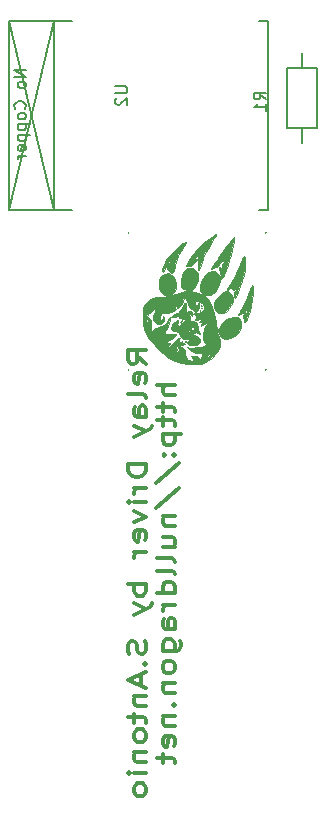
<source format=gbo>
G04 #@! TF.FileFunction,Legend,Bot*
%FSLAX46Y46*%
G04 Gerber Fmt 4.6, Leading zero omitted, Abs format (unit mm)*
G04 Created by KiCad (PCBNEW (2015-10-05 BZR 6247)-product) date Mon 12 Oct 2015 07:26:51 PM AWST*
%MOMM*%
G01*
G04 APERTURE LIST*
%ADD10C,0.100000*%
%ADD11C,0.300000*%
%ADD12C,0.150000*%
%ADD13C,0.152400*%
%ADD14C,0.010000*%
G04 APERTURE END LIST*
D10*
D11*
X187473619Y-108833332D02*
X186749810Y-108166665D01*
X187473619Y-107690474D02*
X185953619Y-107690474D01*
X185953619Y-108452379D01*
X186026000Y-108642855D01*
X186098381Y-108738094D01*
X186243143Y-108833332D01*
X186460286Y-108833332D01*
X186605048Y-108738094D01*
X186677429Y-108642855D01*
X186749810Y-108452379D01*
X186749810Y-107690474D01*
X187401238Y-110452379D02*
X187473619Y-110261903D01*
X187473619Y-109880951D01*
X187401238Y-109690474D01*
X187256476Y-109595236D01*
X186677429Y-109595236D01*
X186532667Y-109690474D01*
X186460286Y-109880951D01*
X186460286Y-110261903D01*
X186532667Y-110452379D01*
X186677429Y-110547617D01*
X186822190Y-110547617D01*
X186966952Y-109595236D01*
X187473619Y-111690475D02*
X187401238Y-111499999D01*
X187256476Y-111404760D01*
X185953619Y-111404760D01*
X187473619Y-113309522D02*
X186677429Y-113309522D01*
X186532667Y-113214284D01*
X186460286Y-113023808D01*
X186460286Y-112642856D01*
X186532667Y-112452379D01*
X187401238Y-113309522D02*
X187473619Y-113119046D01*
X187473619Y-112642856D01*
X187401238Y-112452379D01*
X187256476Y-112357141D01*
X187111714Y-112357141D01*
X186966952Y-112452379D01*
X186894571Y-112642856D01*
X186894571Y-113119046D01*
X186822190Y-113309522D01*
X186460286Y-114071427D02*
X187473619Y-114547618D01*
X186460286Y-115023808D02*
X187473619Y-114547618D01*
X187835524Y-114357142D01*
X187907905Y-114261903D01*
X187980286Y-114071427D01*
X187473619Y-117309523D02*
X185953619Y-117309523D01*
X185953619Y-117785714D01*
X186026000Y-118071428D01*
X186170762Y-118261904D01*
X186315524Y-118357143D01*
X186605048Y-118452381D01*
X186822190Y-118452381D01*
X187111714Y-118357143D01*
X187256476Y-118261904D01*
X187401238Y-118071428D01*
X187473619Y-117785714D01*
X187473619Y-117309523D01*
X187473619Y-119309523D02*
X186460286Y-119309523D01*
X186749810Y-119309523D02*
X186605048Y-119404762D01*
X186532667Y-119500000D01*
X186460286Y-119690476D01*
X186460286Y-119880952D01*
X187473619Y-120547618D02*
X186460286Y-120547618D01*
X185953619Y-120547618D02*
X186026000Y-120452380D01*
X186098381Y-120547618D01*
X186026000Y-120642857D01*
X185953619Y-120547618D01*
X186098381Y-120547618D01*
X186460286Y-121309523D02*
X187473619Y-121785714D01*
X186460286Y-122261904D01*
X187401238Y-123785714D02*
X187473619Y-123595238D01*
X187473619Y-123214286D01*
X187401238Y-123023809D01*
X187256476Y-122928571D01*
X186677429Y-122928571D01*
X186532667Y-123023809D01*
X186460286Y-123214286D01*
X186460286Y-123595238D01*
X186532667Y-123785714D01*
X186677429Y-123880952D01*
X186822190Y-123880952D01*
X186966952Y-122928571D01*
X187473619Y-124738095D02*
X186460286Y-124738095D01*
X186749810Y-124738095D02*
X186605048Y-124833334D01*
X186532667Y-124928572D01*
X186460286Y-125119048D01*
X186460286Y-125309524D01*
X187473619Y-127500000D02*
X185953619Y-127500000D01*
X186532667Y-127500000D02*
X186460286Y-127690477D01*
X186460286Y-128071429D01*
X186532667Y-128261905D01*
X186605048Y-128357143D01*
X186749810Y-128452381D01*
X187184095Y-128452381D01*
X187328857Y-128357143D01*
X187401238Y-128261905D01*
X187473619Y-128071429D01*
X187473619Y-127690477D01*
X187401238Y-127500000D01*
X186460286Y-129119048D02*
X187473619Y-129595239D01*
X186460286Y-130071429D02*
X187473619Y-129595239D01*
X187835524Y-129404763D01*
X187907905Y-129309524D01*
X187980286Y-129119048D01*
X187401238Y-132261906D02*
X187473619Y-132547621D01*
X187473619Y-133023811D01*
X187401238Y-133214287D01*
X187328857Y-133309525D01*
X187184095Y-133404764D01*
X187039333Y-133404764D01*
X186894571Y-133309525D01*
X186822190Y-133214287D01*
X186749810Y-133023811D01*
X186677429Y-132642859D01*
X186605048Y-132452383D01*
X186532667Y-132357144D01*
X186387905Y-132261906D01*
X186243143Y-132261906D01*
X186098381Y-132357144D01*
X186026000Y-132452383D01*
X185953619Y-132642859D01*
X185953619Y-133119049D01*
X186026000Y-133404764D01*
X187328857Y-134261906D02*
X187401238Y-134357145D01*
X187473619Y-134261906D01*
X187401238Y-134166668D01*
X187328857Y-134261906D01*
X187473619Y-134261906D01*
X187039333Y-135119049D02*
X187039333Y-136071430D01*
X187473619Y-134928573D02*
X185953619Y-135595240D01*
X187473619Y-136261907D01*
X186460286Y-136928573D02*
X187473619Y-136928573D01*
X186605048Y-136928573D02*
X186532667Y-137023812D01*
X186460286Y-137214288D01*
X186460286Y-137500002D01*
X186532667Y-137690478D01*
X186677429Y-137785716D01*
X187473619Y-137785716D01*
X186460286Y-138452383D02*
X186460286Y-139214288D01*
X185953619Y-138738097D02*
X187256476Y-138738097D01*
X187401238Y-138833336D01*
X187473619Y-139023812D01*
X187473619Y-139214288D01*
X187473619Y-140166669D02*
X187401238Y-139976193D01*
X187328857Y-139880954D01*
X187184095Y-139785716D01*
X186749810Y-139785716D01*
X186605048Y-139880954D01*
X186532667Y-139976193D01*
X186460286Y-140166669D01*
X186460286Y-140452383D01*
X186532667Y-140642859D01*
X186605048Y-140738097D01*
X186749810Y-140833335D01*
X187184095Y-140833335D01*
X187328857Y-140738097D01*
X187401238Y-140642859D01*
X187473619Y-140452383D01*
X187473619Y-140166669D01*
X186460286Y-141690478D02*
X187473619Y-141690478D01*
X186605048Y-141690478D02*
X186532667Y-141785717D01*
X186460286Y-141976193D01*
X186460286Y-142261907D01*
X186532667Y-142452383D01*
X186677429Y-142547621D01*
X187473619Y-142547621D01*
X187473619Y-143500002D02*
X186460286Y-143500002D01*
X185953619Y-143500002D02*
X186026000Y-143404764D01*
X186098381Y-143500002D01*
X186026000Y-143595241D01*
X185953619Y-143500002D01*
X186098381Y-143500002D01*
X187473619Y-144738098D02*
X187401238Y-144547622D01*
X187328857Y-144452383D01*
X187184095Y-144357145D01*
X186749810Y-144357145D01*
X186605048Y-144452383D01*
X186532667Y-144547622D01*
X186460286Y-144738098D01*
X186460286Y-145023812D01*
X186532667Y-145214288D01*
X186605048Y-145309526D01*
X186749810Y-145404764D01*
X187184095Y-145404764D01*
X187328857Y-145309526D01*
X187401238Y-145214288D01*
X187473619Y-145023812D01*
X187473619Y-144738098D01*
X189901619Y-110642856D02*
X188381619Y-110642856D01*
X189901619Y-111499999D02*
X189105429Y-111499999D01*
X188960667Y-111404761D01*
X188888286Y-111214285D01*
X188888286Y-110928571D01*
X188960667Y-110738095D01*
X189033048Y-110642856D01*
X188888286Y-112166666D02*
X188888286Y-112928571D01*
X188381619Y-112452380D02*
X189684476Y-112452380D01*
X189829238Y-112547619D01*
X189901619Y-112738095D01*
X189901619Y-112928571D01*
X188888286Y-113309523D02*
X188888286Y-114071428D01*
X188381619Y-113595237D02*
X189684476Y-113595237D01*
X189829238Y-113690476D01*
X189901619Y-113880952D01*
X189901619Y-114071428D01*
X188888286Y-114738094D02*
X190408286Y-114738094D01*
X188960667Y-114738094D02*
X188888286Y-114928571D01*
X188888286Y-115309523D01*
X188960667Y-115499999D01*
X189033048Y-115595237D01*
X189177810Y-115690475D01*
X189612095Y-115690475D01*
X189756857Y-115595237D01*
X189829238Y-115499999D01*
X189901619Y-115309523D01*
X189901619Y-114928571D01*
X189829238Y-114738094D01*
X189756857Y-116547618D02*
X189829238Y-116642857D01*
X189901619Y-116547618D01*
X189829238Y-116452380D01*
X189756857Y-116547618D01*
X189901619Y-116547618D01*
X188960667Y-116547618D02*
X189033048Y-116642857D01*
X189105429Y-116547618D01*
X189033048Y-116452380D01*
X188960667Y-116547618D01*
X189105429Y-116547618D01*
X188309238Y-118928571D02*
X190263524Y-117214285D01*
X188309238Y-121023809D02*
X190263524Y-119309523D01*
X188888286Y-121690475D02*
X189901619Y-121690475D01*
X189033048Y-121690475D02*
X188960667Y-121785714D01*
X188888286Y-121976190D01*
X188888286Y-122261904D01*
X188960667Y-122452380D01*
X189105429Y-122547618D01*
X189901619Y-122547618D01*
X188888286Y-124357142D02*
X189901619Y-124357142D01*
X188888286Y-123499999D02*
X189684476Y-123499999D01*
X189829238Y-123595238D01*
X189901619Y-123785714D01*
X189901619Y-124071428D01*
X189829238Y-124261904D01*
X189756857Y-124357142D01*
X189901619Y-125595238D02*
X189829238Y-125404762D01*
X189684476Y-125309523D01*
X188381619Y-125309523D01*
X189901619Y-126642857D02*
X189829238Y-126452381D01*
X189684476Y-126357142D01*
X188381619Y-126357142D01*
X189901619Y-128261904D02*
X188381619Y-128261904D01*
X189829238Y-128261904D02*
X189901619Y-128071428D01*
X189901619Y-127690476D01*
X189829238Y-127500000D01*
X189756857Y-127404761D01*
X189612095Y-127309523D01*
X189177810Y-127309523D01*
X189033048Y-127404761D01*
X188960667Y-127500000D01*
X188888286Y-127690476D01*
X188888286Y-128071428D01*
X188960667Y-128261904D01*
X189901619Y-129214285D02*
X188888286Y-129214285D01*
X189177810Y-129214285D02*
X189033048Y-129309524D01*
X188960667Y-129404762D01*
X188888286Y-129595238D01*
X188888286Y-129785714D01*
X189901619Y-131309523D02*
X189105429Y-131309523D01*
X188960667Y-131214285D01*
X188888286Y-131023809D01*
X188888286Y-130642857D01*
X188960667Y-130452380D01*
X189829238Y-131309523D02*
X189901619Y-131119047D01*
X189901619Y-130642857D01*
X189829238Y-130452380D01*
X189684476Y-130357142D01*
X189539714Y-130357142D01*
X189394952Y-130452380D01*
X189322571Y-130642857D01*
X189322571Y-131119047D01*
X189250190Y-131309523D01*
X188888286Y-133119047D02*
X190118762Y-133119047D01*
X190263524Y-133023809D01*
X190335905Y-132928571D01*
X190408286Y-132738095D01*
X190408286Y-132452381D01*
X190335905Y-132261904D01*
X189829238Y-133119047D02*
X189901619Y-132928571D01*
X189901619Y-132547619D01*
X189829238Y-132357143D01*
X189756857Y-132261904D01*
X189612095Y-132166666D01*
X189177810Y-132166666D01*
X189033048Y-132261904D01*
X188960667Y-132357143D01*
X188888286Y-132547619D01*
X188888286Y-132928571D01*
X188960667Y-133119047D01*
X189901619Y-134357143D02*
X189829238Y-134166667D01*
X189756857Y-134071428D01*
X189612095Y-133976190D01*
X189177810Y-133976190D01*
X189033048Y-134071428D01*
X188960667Y-134166667D01*
X188888286Y-134357143D01*
X188888286Y-134642857D01*
X188960667Y-134833333D01*
X189033048Y-134928571D01*
X189177810Y-135023809D01*
X189612095Y-135023809D01*
X189756857Y-134928571D01*
X189829238Y-134833333D01*
X189901619Y-134642857D01*
X189901619Y-134357143D01*
X188888286Y-135880952D02*
X189901619Y-135880952D01*
X189033048Y-135880952D02*
X188960667Y-135976191D01*
X188888286Y-136166667D01*
X188888286Y-136452381D01*
X188960667Y-136642857D01*
X189105429Y-136738095D01*
X189901619Y-136738095D01*
X189756857Y-137690476D02*
X189829238Y-137785715D01*
X189901619Y-137690476D01*
X189829238Y-137595238D01*
X189756857Y-137690476D01*
X189901619Y-137690476D01*
X188888286Y-138642857D02*
X189901619Y-138642857D01*
X189033048Y-138642857D02*
X188960667Y-138738096D01*
X188888286Y-138928572D01*
X188888286Y-139214286D01*
X188960667Y-139404762D01*
X189105429Y-139500000D01*
X189901619Y-139500000D01*
X189829238Y-141214286D02*
X189901619Y-141023810D01*
X189901619Y-140642858D01*
X189829238Y-140452381D01*
X189684476Y-140357143D01*
X189105429Y-140357143D01*
X188960667Y-140452381D01*
X188888286Y-140642858D01*
X188888286Y-141023810D01*
X188960667Y-141214286D01*
X189105429Y-141309524D01*
X189250190Y-141309524D01*
X189394952Y-140357143D01*
X188888286Y-141880953D02*
X188888286Y-142642858D01*
X188381619Y-142166667D02*
X189684476Y-142166667D01*
X189829238Y-142261906D01*
X189901619Y-142452382D01*
X189901619Y-142642858D01*
D12*
X199390000Y-83820000D02*
X199390000Y-88900000D01*
X199390000Y-88900000D02*
X201930000Y-88900000D01*
X201930000Y-88900000D02*
X201930000Y-83820000D01*
X201930000Y-83820000D02*
X199390000Y-83820000D01*
X200660000Y-83820000D02*
X200660000Y-82550000D01*
X200660000Y-88900000D02*
X200660000Y-90170000D01*
D13*
X175845000Y-79772000D02*
X175845000Y-95772000D01*
X175845000Y-95772000D02*
X181245000Y-95772000D01*
X175845000Y-79772000D02*
X181245000Y-79772000D01*
X197045000Y-79772000D02*
X197845000Y-79772000D01*
X197845000Y-79772000D02*
X197845000Y-95772000D01*
X197845000Y-95772000D02*
X197045000Y-95772000D01*
X175845000Y-95772000D02*
X179645000Y-79772000D01*
X175845000Y-79772000D02*
X179645000Y-95772000D01*
X179645000Y-79764000D02*
X179645000Y-95764000D01*
D14*
G36*
X197528500Y-109310250D02*
X197560250Y-109342000D01*
X197592000Y-109310250D01*
X197560250Y-109278500D01*
X197528500Y-109310250D01*
X197528500Y-109310250D01*
G37*
X197528500Y-109310250D02*
X197560250Y-109342000D01*
X197592000Y-109310250D01*
X197560250Y-109278500D01*
X197528500Y-109310250D01*
G36*
X185908000Y-109310250D02*
X185939750Y-109342000D01*
X185971500Y-109310250D01*
X185939750Y-109278500D01*
X185908000Y-109310250D01*
X185908000Y-109310250D01*
G37*
X185908000Y-109310250D02*
X185939750Y-109342000D01*
X185971500Y-109310250D01*
X185939750Y-109278500D01*
X185908000Y-109310250D01*
G36*
X190850802Y-102709729D02*
X190484470Y-102776368D01*
X190056980Y-102905543D01*
X189940250Y-102946262D01*
X189413673Y-103081704D01*
X188860750Y-103146939D01*
X188335306Y-103210900D01*
X187919630Y-103330667D01*
X187605445Y-103515657D01*
X187384476Y-103775291D01*
X187248446Y-104118987D01*
X187189080Y-104556163D01*
X187194697Y-105043046D01*
X187245357Y-105501516D01*
X187346422Y-105914879D01*
X187509188Y-106304417D01*
X187744955Y-106691416D01*
X188065020Y-107097160D01*
X188480681Y-107542932D01*
X188568385Y-107630916D01*
X189040546Y-108062132D01*
X189490165Y-108388061D01*
X189939720Y-108622168D01*
X190411689Y-108777918D01*
X190527164Y-108804367D01*
X190920841Y-108864609D01*
X191332547Y-108888323D01*
X191719208Y-108875398D01*
X192037749Y-108825727D01*
X192099250Y-108808334D01*
X192598567Y-108603965D01*
X193020028Y-108338120D01*
X193352932Y-108022258D01*
X193476505Y-107834808D01*
X193184975Y-107834808D01*
X193152957Y-107882493D01*
X193047289Y-107980456D01*
X192897699Y-108105202D01*
X192733914Y-108233235D01*
X192585662Y-108341062D01*
X192482669Y-108405186D01*
X192454181Y-108412397D01*
X192472236Y-108355571D01*
X192549431Y-108254652D01*
X192664186Y-108148352D01*
X192819294Y-108030456D01*
X192980456Y-107923624D01*
X193113371Y-107850515D01*
X193183741Y-107833785D01*
X193184975Y-107834808D01*
X193476505Y-107834808D01*
X193586575Y-107667841D01*
X193710254Y-107286327D01*
X193723241Y-107119500D01*
X192829500Y-107119500D01*
X192806267Y-107171767D01*
X192787167Y-107161833D01*
X192779567Y-107086473D01*
X192787167Y-107077166D01*
X192824918Y-107085883D01*
X192829500Y-107119500D01*
X193723241Y-107119500D01*
X193727490Y-107064934D01*
X193703441Y-106833685D01*
X193645218Y-106562101D01*
X193599537Y-106410416D01*
X192994791Y-106410416D01*
X192909992Y-106458026D01*
X192864044Y-106463333D01*
X192777685Y-106435393D01*
X192766000Y-106410416D01*
X192819430Y-106367812D01*
X192896748Y-106357500D01*
X192987361Y-106378093D01*
X192994791Y-106410416D01*
X193599537Y-106410416D01*
X193598464Y-106406855D01*
X193525838Y-106145380D01*
X193463995Y-105832008D01*
X193431298Y-105581355D01*
X193394827Y-105301207D01*
X193390680Y-105278000D01*
X192808168Y-105278000D01*
X192796894Y-105317956D01*
X192715721Y-105419333D01*
X192655352Y-105484375D01*
X192472118Y-105714606D01*
X192364986Y-105964125D01*
X192318348Y-106275601D01*
X192313234Y-106419507D01*
X192336494Y-106719988D01*
X192408226Y-106968318D01*
X192517941Y-107138051D01*
X192622262Y-107198670D01*
X192649093Y-107227058D01*
X192564495Y-107270008D01*
X192382657Y-107323381D01*
X192117764Y-107383042D01*
X191784006Y-107444853D01*
X191769889Y-107447234D01*
X191482181Y-107486920D01*
X191279647Y-107491099D01*
X191125623Y-107460106D01*
X191106731Y-107453316D01*
X190978343Y-107408832D01*
X190948732Y-107422871D01*
X190998298Y-107507962D01*
X191005125Y-107518256D01*
X191176564Y-107685787D01*
X191429224Y-107826297D01*
X191717480Y-107919070D01*
X191944972Y-107945000D01*
X192246969Y-107945000D01*
X192179357Y-108151375D01*
X192124075Y-108322168D01*
X192083784Y-108450111D01*
X192082907Y-108453000D01*
X192049687Y-108499448D01*
X192000371Y-108432347D01*
X191989598Y-108409894D01*
X191863463Y-108268262D01*
X191670835Y-108176654D01*
X191470190Y-108162483D01*
X191464250Y-108163622D01*
X191348870Y-108186789D01*
X191311534Y-108194141D01*
X191328859Y-108237644D01*
X191398610Y-108323634D01*
X191470451Y-108451458D01*
X191473388Y-108547336D01*
X191436666Y-108605794D01*
X191366878Y-108609591D01*
X191225807Y-108558774D01*
X191199073Y-108547672D01*
X191048359Y-108482592D01*
X190960348Y-108440559D01*
X190952239Y-108435095D01*
X190850856Y-108230085D01*
X190799696Y-107978972D01*
X190797500Y-107920965D01*
X190746297Y-107690172D01*
X190612712Y-107496605D01*
X190426782Y-107378094D01*
X190353000Y-107361112D01*
X190240333Y-107363634D01*
X190212669Y-107426869D01*
X190256698Y-107571687D01*
X190254304Y-107693681D01*
X190179994Y-107794964D01*
X190073439Y-107838758D01*
X189997023Y-107812416D01*
X189920306Y-107695367D01*
X189909473Y-107635599D01*
X189919916Y-107567782D01*
X189963971Y-107616954D01*
X189969520Y-107625661D01*
X190037340Y-107690327D01*
X190074090Y-107658818D01*
X190062643Y-107561188D01*
X190038090Y-107505338D01*
X190002725Y-107400495D01*
X190062504Y-107338457D01*
X190121416Y-107313549D01*
X190293109Y-107260690D01*
X190496337Y-107213472D01*
X190504971Y-107211832D01*
X190654096Y-107171205D01*
X190731116Y-107125505D01*
X190734000Y-107116712D01*
X190714355Y-107077832D01*
X190638026Y-107041555D01*
X190478927Y-106998005D01*
X190329088Y-106963424D01*
X190146426Y-106922545D01*
X190292532Y-106767022D01*
X190382978Y-106662298D01*
X190386915Y-106619184D01*
X190324529Y-106611500D01*
X190231719Y-106655236D01*
X190080643Y-106772151D01*
X189897747Y-106940798D01*
X189815551Y-107024250D01*
X189636368Y-107206998D01*
X189489546Y-107348293D01*
X189397125Y-107427304D01*
X189378842Y-107437000D01*
X189335763Y-107393688D01*
X189349389Y-107302333D01*
X189406343Y-107220804D01*
X189432250Y-107205963D01*
X189524842Y-107144757D01*
X189510241Y-107094041D01*
X189407560Y-107077538D01*
X189337000Y-107087750D01*
X189198009Y-107100127D01*
X189146500Y-107065654D01*
X189195216Y-106981111D01*
X189310676Y-106874327D01*
X189446850Y-106781465D01*
X189557707Y-106738685D01*
X189562942Y-106738500D01*
X189672868Y-106696294D01*
X189814415Y-106594027D01*
X189946199Y-106468219D01*
X190026834Y-106355394D01*
X190035500Y-106321466D01*
X190010704Y-106266362D01*
X189916451Y-106287914D01*
X189888229Y-106300323D01*
X189701939Y-106335693D01*
X189422611Y-106309438D01*
X189396455Y-106304809D01*
X189197683Y-106275139D01*
X189051793Y-106265245D01*
X189003976Y-106271844D01*
X188959808Y-106281677D01*
X188984255Y-106210134D01*
X189080864Y-106048965D01*
X189136373Y-105963808D01*
X189306949Y-105668790D01*
X189438372Y-105369899D01*
X189514724Y-105106884D01*
X189527500Y-104987217D01*
X189508997Y-104874972D01*
X189464953Y-104870700D01*
X189412570Y-104962783D01*
X189378157Y-105088094D01*
X189271338Y-105323362D01*
X189051997Y-105513240D01*
X188716453Y-105660599D01*
X188600837Y-105694723D01*
X188311346Y-105794396D01*
X188116924Y-105907624D01*
X188071867Y-105952985D01*
X187978793Y-106044474D01*
X187916680Y-106059013D01*
X187896565Y-105979652D01*
X187882153Y-105809751D01*
X187876503Y-105585741D01*
X187876500Y-105580742D01*
X187858831Y-105242413D01*
X187804666Y-105021059D01*
X187712276Y-104911505D01*
X187647737Y-104897000D01*
X187581536Y-104930548D01*
X187593785Y-105039875D01*
X187627836Y-105160905D01*
X187635908Y-105250312D01*
X187630020Y-105361122D01*
X187607206Y-105453050D01*
X187568125Y-105445465D01*
X187527444Y-105362030D01*
X187499828Y-105226406D01*
X187495500Y-105144099D01*
X187546959Y-104821566D01*
X187694927Y-104565829D01*
X187893450Y-104412066D01*
X188054366Y-104312324D01*
X188170018Y-104212174D01*
X188176106Y-104204616D01*
X188228524Y-104144577D01*
X188249426Y-104152768D01*
X188238071Y-104244611D01*
X188193720Y-104435530D01*
X188158308Y-104575430D01*
X188100606Y-104847193D01*
X188096971Y-105040127D01*
X188152611Y-105192628D01*
X188260700Y-105330305D01*
X188436221Y-105440917D01*
X188631967Y-105450403D01*
X188815739Y-105373312D01*
X188955340Y-105224194D01*
X189018569Y-105017598D01*
X189019500Y-104987434D01*
X188996183Y-104849216D01*
X188945441Y-104806806D01*
X188896090Y-104869446D01*
X188880947Y-104943005D01*
X188826801Y-105088625D01*
X188749625Y-105139238D01*
X188663623Y-105117130D01*
X188645982Y-105001141D01*
X188696307Y-104785228D01*
X188721460Y-104709120D01*
X188773170Y-104579547D01*
X188838041Y-104516996D01*
X188956714Y-104500625D01*
X189116132Y-104506684D01*
X189371503Y-104496682D01*
X189611043Y-104446619D01*
X189811040Y-104367721D01*
X189947782Y-104271210D01*
X189997558Y-104168311D01*
X189970993Y-104102036D01*
X189952195Y-104009790D01*
X190014857Y-103937050D01*
X190091830Y-103883216D01*
X190094623Y-103922220D01*
X190081133Y-103960375D01*
X190071376Y-104055148D01*
X190132154Y-104067928D01*
X190243306Y-104005620D01*
X190384667Y-103875130D01*
X190409005Y-103848085D01*
X190548680Y-103666579D01*
X190552214Y-103658750D01*
X187717750Y-103658750D01*
X187596784Y-103801625D01*
X187484196Y-103921610D01*
X187435160Y-103938932D01*
X187432000Y-103922591D01*
X187474823Y-103870732D01*
X187574875Y-103779716D01*
X187717750Y-103658750D01*
X190552214Y-103658750D01*
X190596907Y-103559752D01*
X189337000Y-103559752D01*
X189290905Y-103624415D01*
X189273500Y-103627000D01*
X189211651Y-103605334D01*
X189210000Y-103598997D01*
X189254497Y-103544783D01*
X189273500Y-103531750D01*
X189332015Y-103536784D01*
X189337000Y-103559752D01*
X190596907Y-103559752D01*
X190629832Y-103486821D01*
X190674115Y-103254066D01*
X190684838Y-103150750D01*
X190698536Y-103062699D01*
X190723442Y-103056959D01*
X190769576Y-103145820D01*
X190846963Y-103341574D01*
X190852664Y-103356579D01*
X191045241Y-103798396D01*
X191240116Y-104115729D01*
X191436651Y-104307926D01*
X191634210Y-104374335D01*
X191804853Y-104330127D01*
X191907810Y-104215028D01*
X191976761Y-104029706D01*
X191996825Y-103829490D01*
X191972512Y-103706853D01*
X191932909Y-103637761D01*
X191891895Y-103674792D01*
X191860581Y-103738125D01*
X191768578Y-103856027D01*
X191669874Y-103870092D01*
X191600037Y-103785750D01*
X191587745Y-103628263D01*
X191683030Y-103528835D01*
X191840975Y-103500000D01*
X192063449Y-103558836D01*
X192242190Y-103719392D01*
X192351929Y-103957734D01*
X192359369Y-103990968D01*
X192367502Y-104150052D01*
X192300293Y-104282361D01*
X192228294Y-104360979D01*
X192101874Y-104468117D01*
X191976726Y-104507107D01*
X191792759Y-104495569D01*
X191776698Y-104493403D01*
X191582371Y-104481382D01*
X191505552Y-104513461D01*
X191547410Y-104587952D01*
X191655104Y-104669142D01*
X191761876Y-104750722D01*
X191771745Y-104825669D01*
X191710002Y-104932426D01*
X191644514Y-105052694D01*
X191633187Y-105118852D01*
X191633237Y-105118903D01*
X191704385Y-105117990D01*
X191855720Y-105085355D01*
X191964095Y-105055027D01*
X192148341Y-105006711D01*
X192233573Y-105005579D01*
X192241867Y-105041480D01*
X192169616Y-105127869D01*
X192072744Y-105191405D01*
X191984140Y-105259961D01*
X191998384Y-105306278D01*
X192109355Y-105317025D01*
X192141792Y-105303080D01*
X192188929Y-105299413D01*
X192173542Y-105362833D01*
X192113348Y-105512069D01*
X192092457Y-105563750D01*
X192087985Y-105644678D01*
X192150190Y-105648189D01*
X192246518Y-105576127D01*
X192266100Y-105553913D01*
X192377299Y-105464789D01*
X192545716Y-105369947D01*
X192713993Y-105298584D01*
X192808168Y-105278000D01*
X193390680Y-105278000D01*
X193333844Y-104959986D01*
X193259595Y-104618482D01*
X193234521Y-104517721D01*
X193073315Y-103996748D01*
X192883277Y-103587494D01*
X192653692Y-103275975D01*
X192373843Y-103048209D01*
X192033016Y-102890211D01*
X191972250Y-102870515D01*
X191555753Y-102758255D01*
X191194917Y-102704176D01*
X190850802Y-102709729D01*
X190850802Y-102709729D01*
G37*
X190850802Y-102709729D02*
X190484470Y-102776368D01*
X190056980Y-102905543D01*
X189940250Y-102946262D01*
X189413673Y-103081704D01*
X188860750Y-103146939D01*
X188335306Y-103210900D01*
X187919630Y-103330667D01*
X187605445Y-103515657D01*
X187384476Y-103775291D01*
X187248446Y-104118987D01*
X187189080Y-104556163D01*
X187194697Y-105043046D01*
X187245357Y-105501516D01*
X187346422Y-105914879D01*
X187509188Y-106304417D01*
X187744955Y-106691416D01*
X188065020Y-107097160D01*
X188480681Y-107542932D01*
X188568385Y-107630916D01*
X189040546Y-108062132D01*
X189490165Y-108388061D01*
X189939720Y-108622168D01*
X190411689Y-108777918D01*
X190527164Y-108804367D01*
X190920841Y-108864609D01*
X191332547Y-108888323D01*
X191719208Y-108875398D01*
X192037749Y-108825727D01*
X192099250Y-108808334D01*
X192598567Y-108603965D01*
X193020028Y-108338120D01*
X193352932Y-108022258D01*
X193476505Y-107834808D01*
X193184975Y-107834808D01*
X193152957Y-107882493D01*
X193047289Y-107980456D01*
X192897699Y-108105202D01*
X192733914Y-108233235D01*
X192585662Y-108341062D01*
X192482669Y-108405186D01*
X192454181Y-108412397D01*
X192472236Y-108355571D01*
X192549431Y-108254652D01*
X192664186Y-108148352D01*
X192819294Y-108030456D01*
X192980456Y-107923624D01*
X193113371Y-107850515D01*
X193183741Y-107833785D01*
X193184975Y-107834808D01*
X193476505Y-107834808D01*
X193586575Y-107667841D01*
X193710254Y-107286327D01*
X193723241Y-107119500D01*
X192829500Y-107119500D01*
X192806267Y-107171767D01*
X192787167Y-107161833D01*
X192779567Y-107086473D01*
X192787167Y-107077166D01*
X192824918Y-107085883D01*
X192829500Y-107119500D01*
X193723241Y-107119500D01*
X193727490Y-107064934D01*
X193703441Y-106833685D01*
X193645218Y-106562101D01*
X193599537Y-106410416D01*
X192994791Y-106410416D01*
X192909992Y-106458026D01*
X192864044Y-106463333D01*
X192777685Y-106435393D01*
X192766000Y-106410416D01*
X192819430Y-106367812D01*
X192896748Y-106357500D01*
X192987361Y-106378093D01*
X192994791Y-106410416D01*
X193599537Y-106410416D01*
X193598464Y-106406855D01*
X193525838Y-106145380D01*
X193463995Y-105832008D01*
X193431298Y-105581355D01*
X193394827Y-105301207D01*
X193390680Y-105278000D01*
X192808168Y-105278000D01*
X192796894Y-105317956D01*
X192715721Y-105419333D01*
X192655352Y-105484375D01*
X192472118Y-105714606D01*
X192364986Y-105964125D01*
X192318348Y-106275601D01*
X192313234Y-106419507D01*
X192336494Y-106719988D01*
X192408226Y-106968318D01*
X192517941Y-107138051D01*
X192622262Y-107198670D01*
X192649093Y-107227058D01*
X192564495Y-107270008D01*
X192382657Y-107323381D01*
X192117764Y-107383042D01*
X191784006Y-107444853D01*
X191769889Y-107447234D01*
X191482181Y-107486920D01*
X191279647Y-107491099D01*
X191125623Y-107460106D01*
X191106731Y-107453316D01*
X190978343Y-107408832D01*
X190948732Y-107422871D01*
X190998298Y-107507962D01*
X191005125Y-107518256D01*
X191176564Y-107685787D01*
X191429224Y-107826297D01*
X191717480Y-107919070D01*
X191944972Y-107945000D01*
X192246969Y-107945000D01*
X192179357Y-108151375D01*
X192124075Y-108322168D01*
X192083784Y-108450111D01*
X192082907Y-108453000D01*
X192049687Y-108499448D01*
X192000371Y-108432347D01*
X191989598Y-108409894D01*
X191863463Y-108268262D01*
X191670835Y-108176654D01*
X191470190Y-108162483D01*
X191464250Y-108163622D01*
X191348870Y-108186789D01*
X191311534Y-108194141D01*
X191328859Y-108237644D01*
X191398610Y-108323634D01*
X191470451Y-108451458D01*
X191473388Y-108547336D01*
X191436666Y-108605794D01*
X191366878Y-108609591D01*
X191225807Y-108558774D01*
X191199073Y-108547672D01*
X191048359Y-108482592D01*
X190960348Y-108440559D01*
X190952239Y-108435095D01*
X190850856Y-108230085D01*
X190799696Y-107978972D01*
X190797500Y-107920965D01*
X190746297Y-107690172D01*
X190612712Y-107496605D01*
X190426782Y-107378094D01*
X190353000Y-107361112D01*
X190240333Y-107363634D01*
X190212669Y-107426869D01*
X190256698Y-107571687D01*
X190254304Y-107693681D01*
X190179994Y-107794964D01*
X190073439Y-107838758D01*
X189997023Y-107812416D01*
X189920306Y-107695367D01*
X189909473Y-107635599D01*
X189919916Y-107567782D01*
X189963971Y-107616954D01*
X189969520Y-107625661D01*
X190037340Y-107690327D01*
X190074090Y-107658818D01*
X190062643Y-107561188D01*
X190038090Y-107505338D01*
X190002725Y-107400495D01*
X190062504Y-107338457D01*
X190121416Y-107313549D01*
X190293109Y-107260690D01*
X190496337Y-107213472D01*
X190504971Y-107211832D01*
X190654096Y-107171205D01*
X190731116Y-107125505D01*
X190734000Y-107116712D01*
X190714355Y-107077832D01*
X190638026Y-107041555D01*
X190478927Y-106998005D01*
X190329088Y-106963424D01*
X190146426Y-106922545D01*
X190292532Y-106767022D01*
X190382978Y-106662298D01*
X190386915Y-106619184D01*
X190324529Y-106611500D01*
X190231719Y-106655236D01*
X190080643Y-106772151D01*
X189897747Y-106940798D01*
X189815551Y-107024250D01*
X189636368Y-107206998D01*
X189489546Y-107348293D01*
X189397125Y-107427304D01*
X189378842Y-107437000D01*
X189335763Y-107393688D01*
X189349389Y-107302333D01*
X189406343Y-107220804D01*
X189432250Y-107205963D01*
X189524842Y-107144757D01*
X189510241Y-107094041D01*
X189407560Y-107077538D01*
X189337000Y-107087750D01*
X189198009Y-107100127D01*
X189146500Y-107065654D01*
X189195216Y-106981111D01*
X189310676Y-106874327D01*
X189446850Y-106781465D01*
X189557707Y-106738685D01*
X189562942Y-106738500D01*
X189672868Y-106696294D01*
X189814415Y-106594027D01*
X189946199Y-106468219D01*
X190026834Y-106355394D01*
X190035500Y-106321466D01*
X190010704Y-106266362D01*
X189916451Y-106287914D01*
X189888229Y-106300323D01*
X189701939Y-106335693D01*
X189422611Y-106309438D01*
X189396455Y-106304809D01*
X189197683Y-106275139D01*
X189051793Y-106265245D01*
X189003976Y-106271844D01*
X188959808Y-106281677D01*
X188984255Y-106210134D01*
X189080864Y-106048965D01*
X189136373Y-105963808D01*
X189306949Y-105668790D01*
X189438372Y-105369899D01*
X189514724Y-105106884D01*
X189527500Y-104987217D01*
X189508997Y-104874972D01*
X189464953Y-104870700D01*
X189412570Y-104962783D01*
X189378157Y-105088094D01*
X189271338Y-105323362D01*
X189051997Y-105513240D01*
X188716453Y-105660599D01*
X188600837Y-105694723D01*
X188311346Y-105794396D01*
X188116924Y-105907624D01*
X188071867Y-105952985D01*
X187978793Y-106044474D01*
X187916680Y-106059013D01*
X187896565Y-105979652D01*
X187882153Y-105809751D01*
X187876503Y-105585741D01*
X187876500Y-105580742D01*
X187858831Y-105242413D01*
X187804666Y-105021059D01*
X187712276Y-104911505D01*
X187647737Y-104897000D01*
X187581536Y-104930548D01*
X187593785Y-105039875D01*
X187627836Y-105160905D01*
X187635908Y-105250312D01*
X187630020Y-105361122D01*
X187607206Y-105453050D01*
X187568125Y-105445465D01*
X187527444Y-105362030D01*
X187499828Y-105226406D01*
X187495500Y-105144099D01*
X187546959Y-104821566D01*
X187694927Y-104565829D01*
X187893450Y-104412066D01*
X188054366Y-104312324D01*
X188170018Y-104212174D01*
X188176106Y-104204616D01*
X188228524Y-104144577D01*
X188249426Y-104152768D01*
X188238071Y-104244611D01*
X188193720Y-104435530D01*
X188158308Y-104575430D01*
X188100606Y-104847193D01*
X188096971Y-105040127D01*
X188152611Y-105192628D01*
X188260700Y-105330305D01*
X188436221Y-105440917D01*
X188631967Y-105450403D01*
X188815739Y-105373312D01*
X188955340Y-105224194D01*
X189018569Y-105017598D01*
X189019500Y-104987434D01*
X188996183Y-104849216D01*
X188945441Y-104806806D01*
X188896090Y-104869446D01*
X188880947Y-104943005D01*
X188826801Y-105088625D01*
X188749625Y-105139238D01*
X188663623Y-105117130D01*
X188645982Y-105001141D01*
X188696307Y-104785228D01*
X188721460Y-104709120D01*
X188773170Y-104579547D01*
X188838041Y-104516996D01*
X188956714Y-104500625D01*
X189116132Y-104506684D01*
X189371503Y-104496682D01*
X189611043Y-104446619D01*
X189811040Y-104367721D01*
X189947782Y-104271210D01*
X189997558Y-104168311D01*
X189970993Y-104102036D01*
X189952195Y-104009790D01*
X190014857Y-103937050D01*
X190091830Y-103883216D01*
X190094623Y-103922220D01*
X190081133Y-103960375D01*
X190071376Y-104055148D01*
X190132154Y-104067928D01*
X190243306Y-104005620D01*
X190384667Y-103875130D01*
X190409005Y-103848085D01*
X190548680Y-103666579D01*
X190552214Y-103658750D01*
X187717750Y-103658750D01*
X187596784Y-103801625D01*
X187484196Y-103921610D01*
X187435160Y-103938932D01*
X187432000Y-103922591D01*
X187474823Y-103870732D01*
X187574875Y-103779716D01*
X187717750Y-103658750D01*
X190552214Y-103658750D01*
X190596907Y-103559752D01*
X189337000Y-103559752D01*
X189290905Y-103624415D01*
X189273500Y-103627000D01*
X189211651Y-103605334D01*
X189210000Y-103598997D01*
X189254497Y-103544783D01*
X189273500Y-103531750D01*
X189332015Y-103536784D01*
X189337000Y-103559752D01*
X190596907Y-103559752D01*
X190629832Y-103486821D01*
X190674115Y-103254066D01*
X190684838Y-103150750D01*
X190698536Y-103062699D01*
X190723442Y-103056959D01*
X190769576Y-103145820D01*
X190846963Y-103341574D01*
X190852664Y-103356579D01*
X191045241Y-103798396D01*
X191240116Y-104115729D01*
X191436651Y-104307926D01*
X191634210Y-104374335D01*
X191804853Y-104330127D01*
X191907810Y-104215028D01*
X191976761Y-104029706D01*
X191996825Y-103829490D01*
X191972512Y-103706853D01*
X191932909Y-103637761D01*
X191891895Y-103674792D01*
X191860581Y-103738125D01*
X191768578Y-103856027D01*
X191669874Y-103870092D01*
X191600037Y-103785750D01*
X191587745Y-103628263D01*
X191683030Y-103528835D01*
X191840975Y-103500000D01*
X192063449Y-103558836D01*
X192242190Y-103719392D01*
X192351929Y-103957734D01*
X192359369Y-103990968D01*
X192367502Y-104150052D01*
X192300293Y-104282361D01*
X192228294Y-104360979D01*
X192101874Y-104468117D01*
X191976726Y-104507107D01*
X191792759Y-104495569D01*
X191776698Y-104493403D01*
X191582371Y-104481382D01*
X191505552Y-104513461D01*
X191547410Y-104587952D01*
X191655104Y-104669142D01*
X191761876Y-104750722D01*
X191771745Y-104825669D01*
X191710002Y-104932426D01*
X191644514Y-105052694D01*
X191633187Y-105118852D01*
X191633237Y-105118903D01*
X191704385Y-105117990D01*
X191855720Y-105085355D01*
X191964095Y-105055027D01*
X192148341Y-105006711D01*
X192233573Y-105005579D01*
X192241867Y-105041480D01*
X192169616Y-105127869D01*
X192072744Y-105191405D01*
X191984140Y-105259961D01*
X191998384Y-105306278D01*
X192109355Y-105317025D01*
X192141792Y-105303080D01*
X192188929Y-105299413D01*
X192173542Y-105362833D01*
X192113348Y-105512069D01*
X192092457Y-105563750D01*
X192087985Y-105644678D01*
X192150190Y-105648189D01*
X192246518Y-105576127D01*
X192266100Y-105553913D01*
X192377299Y-105464789D01*
X192545716Y-105369947D01*
X192713993Y-105298584D01*
X192808168Y-105278000D01*
X193390680Y-105278000D01*
X193333844Y-104959986D01*
X193259595Y-104618482D01*
X193234521Y-104517721D01*
X193073315Y-103996748D01*
X192883277Y-103587494D01*
X192653692Y-103275975D01*
X192373843Y-103048209D01*
X192033016Y-102890211D01*
X191972250Y-102870515D01*
X191555753Y-102758255D01*
X191194917Y-102704176D01*
X190850802Y-102709729D01*
G36*
X194983034Y-104851983D02*
X194900141Y-104862113D01*
X194523285Y-104961980D01*
X194178766Y-105146814D01*
X193894987Y-105395539D01*
X193700355Y-105687077D01*
X193663641Y-105779600D01*
X193599260Y-106046874D01*
X193619355Y-106253721D01*
X193731839Y-106441043D01*
X193807400Y-106522600D01*
X194044129Y-106689503D01*
X194310854Y-106740313D01*
X194618119Y-106675910D01*
X194783556Y-106604106D01*
X195081721Y-106405162D01*
X195312888Y-106149376D01*
X195468949Y-105859819D01*
X195494561Y-105754250D01*
X194417000Y-105754250D01*
X194385250Y-105786000D01*
X194353500Y-105754250D01*
X194385250Y-105722500D01*
X194417000Y-105754250D01*
X195494561Y-105754250D01*
X195541795Y-105559559D01*
X195523319Y-105271668D01*
X195405414Y-105019215D01*
X195359725Y-104964636D01*
X195262484Y-104879206D01*
X195152752Y-104845186D01*
X194983034Y-104851983D01*
X194983034Y-104851983D01*
G37*
X194983034Y-104851983D02*
X194900141Y-104862113D01*
X194523285Y-104961980D01*
X194178766Y-105146814D01*
X193894987Y-105395539D01*
X193700355Y-105687077D01*
X193663641Y-105779600D01*
X193599260Y-106046874D01*
X193619355Y-106253721D01*
X193731839Y-106441043D01*
X193807400Y-106522600D01*
X194044129Y-106689503D01*
X194310854Y-106740313D01*
X194618119Y-106675910D01*
X194783556Y-106604106D01*
X195081721Y-106405162D01*
X195312888Y-106149376D01*
X195468949Y-105859819D01*
X195494561Y-105754250D01*
X194417000Y-105754250D01*
X194385250Y-105786000D01*
X194353500Y-105754250D01*
X194385250Y-105722500D01*
X194417000Y-105754250D01*
X195494561Y-105754250D01*
X195541795Y-105559559D01*
X195523319Y-105271668D01*
X195405414Y-105019215D01*
X195359725Y-104964636D01*
X195262484Y-104879206D01*
X195152752Y-104845186D01*
X194983034Y-104851983D01*
G36*
X196417078Y-102222152D02*
X196341957Y-102370209D01*
X196255110Y-102582317D01*
X196227733Y-102657293D01*
X196081833Y-103042025D01*
X195916866Y-103434144D01*
X195746377Y-103804760D01*
X195583911Y-104124982D01*
X195443014Y-104365919D01*
X195393665Y-104436339D01*
X195288800Y-104596268D01*
X195270150Y-104680552D01*
X195335461Y-104680902D01*
X195443023Y-104617726D01*
X195609104Y-104539723D01*
X195740286Y-104516000D01*
X195850643Y-104493953D01*
X195864417Y-104410743D01*
X195860534Y-104394476D01*
X195875821Y-104280639D01*
X195942463Y-104243218D01*
X196015531Y-104237012D01*
X196023467Y-104294834D01*
X195989470Y-104404820D01*
X195905959Y-104549447D01*
X195798802Y-104628575D01*
X195798750Y-104628589D01*
X195714072Y-104677534D01*
X195701834Y-104786014D01*
X195712615Y-104850448D01*
X195741024Y-105043801D01*
X195750500Y-105190687D01*
X195772526Y-105315329D01*
X195833410Y-105325233D01*
X195925363Y-105223783D01*
X196009209Y-105078271D01*
X196143580Y-104751724D01*
X196267062Y-104333586D01*
X196371848Y-103859227D01*
X196450130Y-103364020D01*
X196494101Y-102883335D01*
X196494230Y-102880875D01*
X196506868Y-102529343D01*
X196502443Y-102293773D01*
X196481114Y-102178250D01*
X196466671Y-102166500D01*
X196417078Y-102222152D01*
X196417078Y-102222152D01*
G37*
X196417078Y-102222152D02*
X196341957Y-102370209D01*
X196255110Y-102582317D01*
X196227733Y-102657293D01*
X196081833Y-103042025D01*
X195916866Y-103434144D01*
X195746377Y-103804760D01*
X195583911Y-104124982D01*
X195443014Y-104365919D01*
X195393665Y-104436339D01*
X195288800Y-104596268D01*
X195270150Y-104680552D01*
X195335461Y-104680902D01*
X195443023Y-104617726D01*
X195609104Y-104539723D01*
X195740286Y-104516000D01*
X195850643Y-104493953D01*
X195864417Y-104410743D01*
X195860534Y-104394476D01*
X195875821Y-104280639D01*
X195942463Y-104243218D01*
X196015531Y-104237012D01*
X196023467Y-104294834D01*
X195989470Y-104404820D01*
X195905959Y-104549447D01*
X195798802Y-104628575D01*
X195798750Y-104628589D01*
X195714072Y-104677534D01*
X195701834Y-104786014D01*
X195712615Y-104850448D01*
X195741024Y-105043801D01*
X195750500Y-105190687D01*
X195772526Y-105315329D01*
X195833410Y-105325233D01*
X195925363Y-105223783D01*
X196009209Y-105078271D01*
X196143580Y-104751724D01*
X196267062Y-104333586D01*
X196371848Y-103859227D01*
X196450130Y-103364020D01*
X196494101Y-102883335D01*
X196494230Y-102880875D01*
X196506868Y-102529343D01*
X196502443Y-102293773D01*
X196481114Y-102178250D01*
X196466671Y-102166500D01*
X196417078Y-102222152D01*
G36*
X194050048Y-102733574D02*
X193789294Y-102905597D01*
X193543229Y-103148520D01*
X193329467Y-103455567D01*
X193219752Y-103762477D01*
X193216200Y-104051345D01*
X193320925Y-104304268D01*
X193396116Y-104393884D01*
X193590242Y-104535799D01*
X193798269Y-104569073D01*
X194051963Y-104498290D01*
X194068931Y-104491008D01*
X194306128Y-104338431D01*
X194522932Y-104112322D01*
X194698279Y-103845899D01*
X194811105Y-103572382D01*
X194823413Y-103468250D01*
X194099500Y-103468250D01*
X194067750Y-103500000D01*
X194036000Y-103468250D01*
X194067750Y-103436500D01*
X194099500Y-103468250D01*
X194823413Y-103468250D01*
X194840348Y-103324991D01*
X194834656Y-103283359D01*
X194763201Y-103103293D01*
X194633372Y-102919002D01*
X194477707Y-102766440D01*
X194328746Y-102681563D01*
X194283629Y-102674500D01*
X194050048Y-102733574D01*
X194050048Y-102733574D01*
G37*
X194050048Y-102733574D02*
X193789294Y-102905597D01*
X193543229Y-103148520D01*
X193329467Y-103455567D01*
X193219752Y-103762477D01*
X193216200Y-104051345D01*
X193320925Y-104304268D01*
X193396116Y-104393884D01*
X193590242Y-104535799D01*
X193798269Y-104569073D01*
X194051963Y-104498290D01*
X194068931Y-104491008D01*
X194306128Y-104338431D01*
X194522932Y-104112322D01*
X194698279Y-103845899D01*
X194811105Y-103572382D01*
X194823413Y-103468250D01*
X194099500Y-103468250D01*
X194067750Y-103500000D01*
X194036000Y-103468250D01*
X194067750Y-103436500D01*
X194099500Y-103468250D01*
X194823413Y-103468250D01*
X194840348Y-103324991D01*
X194834656Y-103283359D01*
X194763201Y-103103293D01*
X194633372Y-102919002D01*
X194477707Y-102766440D01*
X194328746Y-102681563D01*
X194283629Y-102674500D01*
X194050048Y-102733574D01*
G36*
X195734732Y-99735445D02*
X195728482Y-99753500D01*
X195386039Y-100640289D01*
X194923865Y-101542669D01*
X194468246Y-102273672D01*
X194368557Y-102453915D01*
X194348409Y-102561463D01*
X194397885Y-102583151D01*
X194507064Y-102505820D01*
X194582018Y-102424632D01*
X194723284Y-102280731D01*
X194820177Y-102231791D01*
X194860938Y-102283172D01*
X194861500Y-102297247D01*
X194823739Y-102337235D01*
X194804654Y-102329362D01*
X194737285Y-102346107D01*
X194711769Y-102388146D01*
X194731113Y-102491199D01*
X194797326Y-102547138D01*
X194907973Y-102573565D01*
X195016421Y-102505944D01*
X195048961Y-102472633D01*
X195137981Y-102398450D01*
X195178732Y-102406657D01*
X195179000Y-102411412D01*
X195137377Y-102506343D01*
X195035975Y-102632567D01*
X195024088Y-102644684D01*
X194916845Y-102786057D01*
X194895427Y-102942643D01*
X194905397Y-103022798D01*
X194952573Y-103189504D01*
X195020125Y-103232025D01*
X195108428Y-103150101D01*
X195217861Y-102943470D01*
X195296002Y-102753875D01*
X195464886Y-102276630D01*
X195469321Y-102261750D01*
X195242500Y-102261750D01*
X195210750Y-102293500D01*
X195179000Y-102261750D01*
X195210750Y-102230000D01*
X195242500Y-102261750D01*
X195469321Y-102261750D01*
X195610248Y-101788979D01*
X195625873Y-101725801D01*
X195298033Y-101725801D01*
X195297507Y-101785500D01*
X195293891Y-101981300D01*
X195285896Y-102060371D01*
X195267556Y-102032971D01*
X195232902Y-101909361D01*
X195230566Y-101900585D01*
X195201181Y-101669637D01*
X195235198Y-101551335D01*
X195273178Y-101510443D01*
X195292848Y-101563807D01*
X195298033Y-101725801D01*
X195625873Y-101725801D01*
X195728608Y-101310421D01*
X195816485Y-100860455D01*
X195870398Y-100458580D01*
X195886865Y-100124295D01*
X195862407Y-99877099D01*
X195827006Y-99779345D01*
X195770113Y-99701691D01*
X195734732Y-99735445D01*
X195734732Y-99735445D01*
G37*
X195734732Y-99735445D02*
X195728482Y-99753500D01*
X195386039Y-100640289D01*
X194923865Y-101542669D01*
X194468246Y-102273672D01*
X194368557Y-102453915D01*
X194348409Y-102561463D01*
X194397885Y-102583151D01*
X194507064Y-102505820D01*
X194582018Y-102424632D01*
X194723284Y-102280731D01*
X194820177Y-102231791D01*
X194860938Y-102283172D01*
X194861500Y-102297247D01*
X194823739Y-102337235D01*
X194804654Y-102329362D01*
X194737285Y-102346107D01*
X194711769Y-102388146D01*
X194731113Y-102491199D01*
X194797326Y-102547138D01*
X194907973Y-102573565D01*
X195016421Y-102505944D01*
X195048961Y-102472633D01*
X195137981Y-102398450D01*
X195178732Y-102406657D01*
X195179000Y-102411412D01*
X195137377Y-102506343D01*
X195035975Y-102632567D01*
X195024088Y-102644684D01*
X194916845Y-102786057D01*
X194895427Y-102942643D01*
X194905397Y-103022798D01*
X194952573Y-103189504D01*
X195020125Y-103232025D01*
X195108428Y-103150101D01*
X195217861Y-102943470D01*
X195296002Y-102753875D01*
X195464886Y-102276630D01*
X195469321Y-102261750D01*
X195242500Y-102261750D01*
X195210750Y-102293500D01*
X195179000Y-102261750D01*
X195210750Y-102230000D01*
X195242500Y-102261750D01*
X195469321Y-102261750D01*
X195610248Y-101788979D01*
X195625873Y-101725801D01*
X195298033Y-101725801D01*
X195297507Y-101785500D01*
X195293891Y-101981300D01*
X195285896Y-102060371D01*
X195267556Y-102032971D01*
X195232902Y-101909361D01*
X195230566Y-101900585D01*
X195201181Y-101669637D01*
X195235198Y-101551335D01*
X195273178Y-101510443D01*
X195292848Y-101563807D01*
X195298033Y-101725801D01*
X195625873Y-101725801D01*
X195728608Y-101310421D01*
X195816485Y-100860455D01*
X195870398Y-100458580D01*
X195886865Y-100124295D01*
X195862407Y-99877099D01*
X195827006Y-99779345D01*
X195770113Y-99701691D01*
X195734732Y-99735445D01*
G36*
X189060165Y-101201511D02*
X188932413Y-101282424D01*
X188774926Y-101432345D01*
X188672009Y-101608103D01*
X188603220Y-101850800D01*
X188577430Y-101996097D01*
X188568185Y-102338457D01*
X188645157Y-102628401D01*
X188792561Y-102852593D01*
X188994610Y-102997697D01*
X189235519Y-103050378D01*
X189499502Y-102997298D01*
X189660060Y-102910719D01*
X189895389Y-102685540D01*
X190017091Y-102405565D01*
X190024564Y-102073912D01*
X189917205Y-101693700D01*
X189901986Y-101657431D01*
X189735747Y-101379575D01*
X189529869Y-101207039D01*
X189299595Y-101145720D01*
X189060165Y-101201511D01*
X189060165Y-101201511D01*
G37*
X189060165Y-101201511D02*
X188932413Y-101282424D01*
X188774926Y-101432345D01*
X188672009Y-101608103D01*
X188603220Y-101850800D01*
X188577430Y-101996097D01*
X188568185Y-102338457D01*
X188645157Y-102628401D01*
X188792561Y-102852593D01*
X188994610Y-102997697D01*
X189235519Y-103050378D01*
X189499502Y-102997298D01*
X189660060Y-102910719D01*
X189895389Y-102685540D01*
X190017091Y-102405565D01*
X190024564Y-102073912D01*
X189917205Y-101693700D01*
X189901986Y-101657431D01*
X189735747Y-101379575D01*
X189529869Y-101207039D01*
X189299595Y-101145720D01*
X189060165Y-101201511D01*
G36*
X192824268Y-101028490D02*
X192579099Y-101207227D01*
X192358287Y-101461759D01*
X192180328Y-101776310D01*
X192098625Y-101997916D01*
X192026787Y-102283984D01*
X192014286Y-102490081D01*
X192064979Y-102650477D01*
X192182722Y-102799443D01*
X192189616Y-102806384D01*
X192328643Y-102922932D01*
X192475391Y-102977796D01*
X192687533Y-102991981D01*
X192699287Y-102992000D01*
X192892307Y-102983325D01*
X193030629Y-102942062D01*
X193164528Y-102845352D01*
X193292851Y-102722125D01*
X193507260Y-102445159D01*
X193673097Y-102111303D01*
X193768048Y-101771409D01*
X193782000Y-101607512D01*
X193730492Y-101400563D01*
X193599712Y-101188626D01*
X193425281Y-101020834D01*
X193313692Y-100961509D01*
X193075298Y-100941325D01*
X192824268Y-101028490D01*
X192824268Y-101028490D01*
G37*
X192824268Y-101028490D02*
X192579099Y-101207227D01*
X192358287Y-101461759D01*
X192180328Y-101776310D01*
X192098625Y-101997916D01*
X192026787Y-102283984D01*
X192014286Y-102490081D01*
X192064979Y-102650477D01*
X192182722Y-102799443D01*
X192189616Y-102806384D01*
X192328643Y-102922932D01*
X192475391Y-102977796D01*
X192687533Y-102991981D01*
X192699287Y-102992000D01*
X192892307Y-102983325D01*
X193030629Y-102942062D01*
X193164528Y-102845352D01*
X193292851Y-102722125D01*
X193507260Y-102445159D01*
X193673097Y-102111303D01*
X193768048Y-101771409D01*
X193782000Y-101607512D01*
X193730492Y-101400563D01*
X193599712Y-101188626D01*
X193425281Y-101020834D01*
X193313692Y-100961509D01*
X193075298Y-100941325D01*
X192824268Y-101028490D01*
G36*
X190967851Y-100762288D02*
X190764029Y-100905858D01*
X190596634Y-101128320D01*
X190479341Y-101417980D01*
X190425829Y-101763142D01*
X190428776Y-101975733D01*
X190467421Y-102256005D01*
X190548895Y-102435520D01*
X190695032Y-102538773D01*
X190927666Y-102590260D01*
X190981682Y-102596043D01*
X191181768Y-102607112D01*
X191314249Y-102578302D01*
X191436964Y-102489564D01*
X191519628Y-102409572D01*
X191735986Y-102104679D01*
X191785070Y-101944250D01*
X190734000Y-101944250D01*
X190702250Y-101976000D01*
X190670500Y-101944250D01*
X190702250Y-101912500D01*
X190734000Y-101944250D01*
X191785070Y-101944250D01*
X191853277Y-101721323D01*
X191876646Y-101414025D01*
X191858943Y-101216373D01*
X191786927Y-101064007D01*
X191661100Y-100921900D01*
X191430063Y-100758613D01*
X191194421Y-100709308D01*
X190967851Y-100762288D01*
X190967851Y-100762288D01*
G37*
X190967851Y-100762288D02*
X190764029Y-100905858D01*
X190596634Y-101128320D01*
X190479341Y-101417980D01*
X190425829Y-101763142D01*
X190428776Y-101975733D01*
X190467421Y-102256005D01*
X190548895Y-102435520D01*
X190695032Y-102538773D01*
X190927666Y-102590260D01*
X190981682Y-102596043D01*
X191181768Y-102607112D01*
X191314249Y-102578302D01*
X191436964Y-102489564D01*
X191519628Y-102409572D01*
X191735986Y-102104679D01*
X191785070Y-101944250D01*
X190734000Y-101944250D01*
X190702250Y-101976000D01*
X190670500Y-101944250D01*
X190702250Y-101912500D01*
X190734000Y-101944250D01*
X191785070Y-101944250D01*
X191853277Y-101721323D01*
X191876646Y-101414025D01*
X191858943Y-101216373D01*
X191786927Y-101064007D01*
X191661100Y-100921900D01*
X191430063Y-100758613D01*
X191194421Y-100709308D01*
X190967851Y-100762288D01*
G36*
X194697259Y-98388250D02*
X194546461Y-98570584D01*
X194362918Y-98807375D01*
X194185622Y-99048279D01*
X194180839Y-99055000D01*
X193998233Y-99308720D01*
X193780414Y-99606823D01*
X193568932Y-99892515D01*
X193530428Y-99944000D01*
X193357730Y-100177516D01*
X193201651Y-100394054D01*
X193087187Y-100558731D01*
X193058034Y-100603245D01*
X192942604Y-100786241D01*
X193187677Y-100743219D01*
X193391092Y-100669876D01*
X193571052Y-100542114D01*
X193690582Y-100391519D01*
X193718500Y-100289709D01*
X193759847Y-100207599D01*
X193792875Y-100198000D01*
X193894156Y-100158720D01*
X193983375Y-100092908D01*
X194068420Y-100032254D01*
X194095243Y-100067183D01*
X194069299Y-100208171D01*
X194060626Y-100241231D01*
X194004093Y-100337950D01*
X193948557Y-100350958D01*
X193901137Y-100377279D01*
X193889371Y-100513232D01*
X193893639Y-100593477D01*
X193903109Y-100756478D01*
X193892910Y-100807933D01*
X193854648Y-100762793D01*
X193825728Y-100714423D01*
X193758979Y-100616361D01*
X193718895Y-100623424D01*
X193695348Y-100674744D01*
X193689015Y-100786048D01*
X193714029Y-100961695D01*
X193760222Y-101162837D01*
X193817424Y-101350625D01*
X193875464Y-101486210D01*
X193919625Y-101531500D01*
X193976067Y-101478304D01*
X194054652Y-101343150D01*
X194096333Y-101253138D01*
X194242553Y-100885643D01*
X194390441Y-100467219D01*
X194533006Y-100022756D01*
X194663256Y-99577143D01*
X194774200Y-99155271D01*
X194858847Y-98782029D01*
X194910205Y-98482306D01*
X194922616Y-98311552D01*
X194920232Y-98134250D01*
X194697259Y-98388250D01*
X194697259Y-98388250D01*
G37*
X194697259Y-98388250D02*
X194546461Y-98570584D01*
X194362918Y-98807375D01*
X194185622Y-99048279D01*
X194180839Y-99055000D01*
X193998233Y-99308720D01*
X193780414Y-99606823D01*
X193568932Y-99892515D01*
X193530428Y-99944000D01*
X193357730Y-100177516D01*
X193201651Y-100394054D01*
X193087187Y-100558731D01*
X193058034Y-100603245D01*
X192942604Y-100786241D01*
X193187677Y-100743219D01*
X193391092Y-100669876D01*
X193571052Y-100542114D01*
X193690582Y-100391519D01*
X193718500Y-100289709D01*
X193759847Y-100207599D01*
X193792875Y-100198000D01*
X193894156Y-100158720D01*
X193983375Y-100092908D01*
X194068420Y-100032254D01*
X194095243Y-100067183D01*
X194069299Y-100208171D01*
X194060626Y-100241231D01*
X194004093Y-100337950D01*
X193948557Y-100350958D01*
X193901137Y-100377279D01*
X193889371Y-100513232D01*
X193893639Y-100593477D01*
X193903109Y-100756478D01*
X193892910Y-100807933D01*
X193854648Y-100762793D01*
X193825728Y-100714423D01*
X193758979Y-100616361D01*
X193718895Y-100623424D01*
X193695348Y-100674744D01*
X193689015Y-100786048D01*
X193714029Y-100961695D01*
X193760222Y-101162837D01*
X193817424Y-101350625D01*
X193875464Y-101486210D01*
X193919625Y-101531500D01*
X193976067Y-101478304D01*
X194054652Y-101343150D01*
X194096333Y-101253138D01*
X194242553Y-100885643D01*
X194390441Y-100467219D01*
X194533006Y-100022756D01*
X194663256Y-99577143D01*
X194774200Y-99155271D01*
X194858847Y-98782029D01*
X194910205Y-98482306D01*
X194922616Y-98311552D01*
X194920232Y-98134250D01*
X194697259Y-98388250D01*
G36*
X190832438Y-98512458D02*
X190697790Y-98576172D01*
X190630719Y-98615463D01*
X190208565Y-98917501D01*
X189810132Y-99279318D01*
X189456606Y-99676085D01*
X189169174Y-100082972D01*
X188969025Y-100475147D01*
X188918074Y-100622598D01*
X188860866Y-100865668D01*
X188856389Y-101001572D01*
X188897902Y-101025990D01*
X188978662Y-100934601D01*
X189087986Y-100731506D01*
X189178643Y-100547155D01*
X189226586Y-100474092D01*
X189237036Y-100506000D01*
X189229719Y-100560021D01*
X189223544Y-100705563D01*
X189279297Y-100824788D01*
X189407335Y-100956896D01*
X189590152Y-101101510D01*
X189713199Y-101141444D01*
X189786697Y-101077992D01*
X189808116Y-101007625D01*
X189935165Y-100442865D01*
X190065165Y-99994773D01*
X189667637Y-99994773D01*
X189597266Y-100129973D01*
X189575709Y-100163697D01*
X189483811Y-100284826D01*
X189421819Y-100330428D01*
X189410952Y-100322052D01*
X189348721Y-100290760D01*
X189315702Y-100302675D01*
X189308326Y-100288439D01*
X189373982Y-100204477D01*
X189428256Y-100144321D01*
X189575651Y-100000964D01*
X189657938Y-99951443D01*
X189667637Y-99994773D01*
X190065165Y-99994773D01*
X190069785Y-99978852D01*
X190222535Y-99589364D01*
X190403971Y-99248183D01*
X190624651Y-98929090D01*
X190666723Y-98875288D01*
X190796453Y-98701603D01*
X190880825Y-98568267D01*
X190902064Y-98503464D01*
X190901588Y-98502920D01*
X190832438Y-98512458D01*
X190832438Y-98512458D01*
G37*
X190832438Y-98512458D02*
X190697790Y-98576172D01*
X190630719Y-98615463D01*
X190208565Y-98917501D01*
X189810132Y-99279318D01*
X189456606Y-99676085D01*
X189169174Y-100082972D01*
X188969025Y-100475147D01*
X188918074Y-100622598D01*
X188860866Y-100865668D01*
X188856389Y-101001572D01*
X188897902Y-101025990D01*
X188978662Y-100934601D01*
X189087986Y-100731506D01*
X189178643Y-100547155D01*
X189226586Y-100474092D01*
X189237036Y-100506000D01*
X189229719Y-100560021D01*
X189223544Y-100705563D01*
X189279297Y-100824788D01*
X189407335Y-100956896D01*
X189590152Y-101101510D01*
X189713199Y-101141444D01*
X189786697Y-101077992D01*
X189808116Y-101007625D01*
X189935165Y-100442865D01*
X190065165Y-99994773D01*
X189667637Y-99994773D01*
X189597266Y-100129973D01*
X189575709Y-100163697D01*
X189483811Y-100284826D01*
X189421819Y-100330428D01*
X189410952Y-100322052D01*
X189348721Y-100290760D01*
X189315702Y-100302675D01*
X189308326Y-100288439D01*
X189373982Y-100204477D01*
X189428256Y-100144321D01*
X189575651Y-100000964D01*
X189657938Y-99951443D01*
X189667637Y-99994773D01*
X190065165Y-99994773D01*
X190069785Y-99978852D01*
X190222535Y-99589364D01*
X190403971Y-99248183D01*
X190624651Y-98929090D01*
X190666723Y-98875288D01*
X190796453Y-98701603D01*
X190880825Y-98568267D01*
X190902064Y-98503464D01*
X190901588Y-98502920D01*
X190832438Y-98512458D01*
G36*
X193371111Y-97880325D02*
X193224898Y-97957232D01*
X193025242Y-98082645D01*
X192794968Y-98241099D01*
X192556898Y-98417128D01*
X192333856Y-98595265D01*
X192215318Y-98698006D01*
X191915196Y-99005071D01*
X191598510Y-99391581D01*
X191295012Y-99818729D01*
X191053220Y-100213875D01*
X190848877Y-100579000D01*
X191084659Y-100579000D01*
X191253656Y-100557908D01*
X191403879Y-100478565D01*
X191566971Y-100332470D01*
X191718124Y-100163637D01*
X191799850Y-100035133D01*
X191805514Y-99962985D01*
X191728484Y-99963222D01*
X191718250Y-99966963D01*
X191641907Y-99957253D01*
X191625478Y-99867842D01*
X191668608Y-99730816D01*
X191721851Y-99640629D01*
X191824588Y-99540369D01*
X191929454Y-99499299D01*
X191996614Y-99528378D01*
X192004000Y-99563000D01*
X191952568Y-99619335D01*
X191908750Y-99626500D01*
X191828520Y-99643026D01*
X191827508Y-99711984D01*
X191880869Y-99824227D01*
X191915119Y-99966827D01*
X191896924Y-100187225D01*
X191876455Y-100295878D01*
X191840311Y-100553714D01*
X191845597Y-100754894D01*
X191889858Y-100874397D01*
X191935355Y-100896500D01*
X191975196Y-100840026D01*
X192033005Y-100691497D01*
X192096701Y-100482250D01*
X192100601Y-100467875D01*
X192191113Y-100195902D01*
X192329425Y-99857585D01*
X192500645Y-99482712D01*
X192689877Y-99101070D01*
X192882229Y-98742448D01*
X193062806Y-98436634D01*
X193216715Y-98213417D01*
X193245099Y-98178838D01*
X193365851Y-98024943D01*
X193435037Y-97909873D01*
X193441058Y-97867391D01*
X193371111Y-97880325D01*
X193371111Y-97880325D01*
G37*
X193371111Y-97880325D02*
X193224898Y-97957232D01*
X193025242Y-98082645D01*
X192794968Y-98241099D01*
X192556898Y-98417128D01*
X192333856Y-98595265D01*
X192215318Y-98698006D01*
X191915196Y-99005071D01*
X191598510Y-99391581D01*
X191295012Y-99818729D01*
X191053220Y-100213875D01*
X190848877Y-100579000D01*
X191084659Y-100579000D01*
X191253656Y-100557908D01*
X191403879Y-100478565D01*
X191566971Y-100332470D01*
X191718124Y-100163637D01*
X191799850Y-100035133D01*
X191805514Y-99962985D01*
X191728484Y-99963222D01*
X191718250Y-99966963D01*
X191641907Y-99957253D01*
X191625478Y-99867842D01*
X191668608Y-99730816D01*
X191721851Y-99640629D01*
X191824588Y-99540369D01*
X191929454Y-99499299D01*
X191996614Y-99528378D01*
X192004000Y-99563000D01*
X191952568Y-99619335D01*
X191908750Y-99626500D01*
X191828520Y-99643026D01*
X191827508Y-99711984D01*
X191880869Y-99824227D01*
X191915119Y-99966827D01*
X191896924Y-100187225D01*
X191876455Y-100295878D01*
X191840311Y-100553714D01*
X191845597Y-100754894D01*
X191889858Y-100874397D01*
X191935355Y-100896500D01*
X191975196Y-100840026D01*
X192033005Y-100691497D01*
X192096701Y-100482250D01*
X192100601Y-100467875D01*
X192191113Y-100195902D01*
X192329425Y-99857585D01*
X192500645Y-99482712D01*
X192689877Y-99101070D01*
X192882229Y-98742448D01*
X193062806Y-98436634D01*
X193216715Y-98213417D01*
X193245099Y-98178838D01*
X193365851Y-98024943D01*
X193435037Y-97909873D01*
X193441058Y-97867391D01*
X193371111Y-97880325D01*
G36*
X197528500Y-97689750D02*
X197560250Y-97721500D01*
X197592000Y-97689750D01*
X197560250Y-97658000D01*
X197528500Y-97689750D01*
X197528500Y-97689750D01*
G37*
X197528500Y-97689750D02*
X197560250Y-97721500D01*
X197592000Y-97689750D01*
X197560250Y-97658000D01*
X197528500Y-97689750D01*
G36*
X185908000Y-97689750D02*
X185939750Y-97721500D01*
X185971500Y-97689750D01*
X185939750Y-97658000D01*
X185908000Y-97689750D01*
X185908000Y-97689750D01*
G37*
X185908000Y-97689750D02*
X185939750Y-97721500D01*
X185971500Y-97689750D01*
X185939750Y-97658000D01*
X185908000Y-97689750D01*
G36*
X190732598Y-103705967D02*
X190709675Y-103778777D01*
X190642762Y-103919970D01*
X190522316Y-104087154D01*
X190480651Y-104134303D01*
X190363277Y-104277663D01*
X190295846Y-104394324D01*
X190289500Y-104422420D01*
X190234614Y-104493351D01*
X190102581Y-104546963D01*
X190101982Y-104547095D01*
X189940469Y-104605337D01*
X189782682Y-104696665D01*
X189663235Y-104796033D01*
X189616741Y-104878391D01*
X189621422Y-104894850D01*
X189694951Y-104907938D01*
X189839668Y-104877970D01*
X189891902Y-104860803D01*
X190077245Y-104804380D01*
X190229052Y-104774175D01*
X190249651Y-104772787D01*
X190329812Y-104786178D01*
X190300679Y-104851496D01*
X190289500Y-104865250D01*
X190248600Y-104938235D01*
X190314418Y-104959977D01*
X190345225Y-104960500D01*
X190452473Y-104990687D01*
X190480000Y-105036700D01*
X190498743Y-105080878D01*
X190556200Y-105036700D01*
X190662975Y-104965298D01*
X190721861Y-105011488D01*
X190734000Y-105113605D01*
X190683861Y-105253620D01*
X190561072Y-105408072D01*
X190407083Y-105535618D01*
X190263338Y-105594915D01*
X190250886Y-105595500D01*
X190149783Y-105544530D01*
X190110454Y-105423312D01*
X190147173Y-105279376D01*
X190153017Y-105269588D01*
X190188504Y-105172196D01*
X190145059Y-105141445D01*
X190047150Y-105170236D01*
X189919244Y-105251472D01*
X189788079Y-105375459D01*
X189633061Y-105596265D01*
X189595970Y-105777499D01*
X189677299Y-105927956D01*
X189824951Y-106030493D01*
X190001849Y-106088996D01*
X190126576Y-106103500D01*
X190249336Y-106128013D01*
X190288375Y-106226638D01*
X190289500Y-106265136D01*
X190347420Y-106465456D01*
X190499859Y-106627298D01*
X190714840Y-106723459D01*
X190845977Y-106738500D01*
X191040566Y-106762351D01*
X191197941Y-106820854D01*
X191213989Y-106831730D01*
X191287623Y-106895168D01*
X191265190Y-106921017D01*
X191131248Y-106926976D01*
X191130875Y-106926980D01*
X190973649Y-106945341D01*
X190931524Y-107005739D01*
X190995653Y-107122538D01*
X191003875Y-107133175D01*
X191150724Y-107230316D01*
X191372832Y-107274457D01*
X191626887Y-107258085D01*
X191670234Y-107248720D01*
X191915219Y-107151129D01*
X192047639Y-107012883D01*
X192069562Y-106847989D01*
X191983058Y-106670455D01*
X191790194Y-106494290D01*
X191538004Y-106353273D01*
X191388552Y-106281181D01*
X191347072Y-106244846D01*
X191403724Y-106232596D01*
X191435675Y-106231894D01*
X191589937Y-106202276D01*
X191674389Y-106153711D01*
X191748069Y-106119616D01*
X191828528Y-106188511D01*
X191849440Y-106217211D01*
X191954365Y-106334258D01*
X192015800Y-106347454D01*
X192014022Y-106264257D01*
X191973881Y-106170153D01*
X191907780Y-105975742D01*
X191891760Y-105859746D01*
X191556541Y-105859746D01*
X191505397Y-105955294D01*
X191432500Y-105994899D01*
X191326359Y-105989530D01*
X191305500Y-105935057D01*
X191270410Y-105875958D01*
X191236021Y-105884945D01*
X191193339Y-105973154D01*
X191195946Y-106081710D01*
X191196154Y-106194627D01*
X191154301Y-106212167D01*
X191088170Y-106137490D01*
X191063762Y-106057032D01*
X191100282Y-105923078D01*
X191220105Y-105801841D01*
X191381736Y-105729579D01*
X191446630Y-105722500D01*
X191537828Y-105765257D01*
X191556541Y-105859746D01*
X191891760Y-105859746D01*
X191877243Y-105754644D01*
X191877000Y-105736722D01*
X191824855Y-105490052D01*
X191682640Y-105310290D01*
X191471689Y-105220478D01*
X191393534Y-105214500D01*
X191266782Y-105203704D01*
X191221775Y-105145531D01*
X191228892Y-105001304D01*
X191229073Y-104999750D01*
X191227538Y-104842770D01*
X191190343Y-104746384D01*
X191184572Y-104742002D01*
X191118319Y-104659607D01*
X191151738Y-104592209D01*
X191210250Y-104579500D01*
X191293543Y-104630622D01*
X191305500Y-104678497D01*
X191336285Y-104744223D01*
X191369000Y-104738250D01*
X191429642Y-104638701D01*
X191409902Y-104506388D01*
X191320006Y-104397541D01*
X191305500Y-104388999D01*
X191139344Y-104356470D01*
X191055675Y-104386765D01*
X190951657Y-104435649D01*
X190893387Y-104427641D01*
X190867632Y-104341567D01*
X190861160Y-104156254D01*
X190861000Y-104075247D01*
X190849542Y-103849986D01*
X190819744Y-103704383D01*
X190778474Y-103651893D01*
X190732598Y-103705967D01*
X190732598Y-103705967D01*
G37*
X190732598Y-103705967D02*
X190709675Y-103778777D01*
X190642762Y-103919970D01*
X190522316Y-104087154D01*
X190480651Y-104134303D01*
X190363277Y-104277663D01*
X190295846Y-104394324D01*
X190289500Y-104422420D01*
X190234614Y-104493351D01*
X190102581Y-104546963D01*
X190101982Y-104547095D01*
X189940469Y-104605337D01*
X189782682Y-104696665D01*
X189663235Y-104796033D01*
X189616741Y-104878391D01*
X189621422Y-104894850D01*
X189694951Y-104907938D01*
X189839668Y-104877970D01*
X189891902Y-104860803D01*
X190077245Y-104804380D01*
X190229052Y-104774175D01*
X190249651Y-104772787D01*
X190329812Y-104786178D01*
X190300679Y-104851496D01*
X190289500Y-104865250D01*
X190248600Y-104938235D01*
X190314418Y-104959977D01*
X190345225Y-104960500D01*
X190452473Y-104990687D01*
X190480000Y-105036700D01*
X190498743Y-105080878D01*
X190556200Y-105036700D01*
X190662975Y-104965298D01*
X190721861Y-105011488D01*
X190734000Y-105113605D01*
X190683861Y-105253620D01*
X190561072Y-105408072D01*
X190407083Y-105535618D01*
X190263338Y-105594915D01*
X190250886Y-105595500D01*
X190149783Y-105544530D01*
X190110454Y-105423312D01*
X190147173Y-105279376D01*
X190153017Y-105269588D01*
X190188504Y-105172196D01*
X190145059Y-105141445D01*
X190047150Y-105170236D01*
X189919244Y-105251472D01*
X189788079Y-105375459D01*
X189633061Y-105596265D01*
X189595970Y-105777499D01*
X189677299Y-105927956D01*
X189824951Y-106030493D01*
X190001849Y-106088996D01*
X190126576Y-106103500D01*
X190249336Y-106128013D01*
X190288375Y-106226638D01*
X190289500Y-106265136D01*
X190347420Y-106465456D01*
X190499859Y-106627298D01*
X190714840Y-106723459D01*
X190845977Y-106738500D01*
X191040566Y-106762351D01*
X191197941Y-106820854D01*
X191213989Y-106831730D01*
X191287623Y-106895168D01*
X191265190Y-106921017D01*
X191131248Y-106926976D01*
X191130875Y-106926980D01*
X190973649Y-106945341D01*
X190931524Y-107005739D01*
X190995653Y-107122538D01*
X191003875Y-107133175D01*
X191150724Y-107230316D01*
X191372832Y-107274457D01*
X191626887Y-107258085D01*
X191670234Y-107248720D01*
X191915219Y-107151129D01*
X192047639Y-107012883D01*
X192069562Y-106847989D01*
X191983058Y-106670455D01*
X191790194Y-106494290D01*
X191538004Y-106353273D01*
X191388552Y-106281181D01*
X191347072Y-106244846D01*
X191403724Y-106232596D01*
X191435675Y-106231894D01*
X191589937Y-106202276D01*
X191674389Y-106153711D01*
X191748069Y-106119616D01*
X191828528Y-106188511D01*
X191849440Y-106217211D01*
X191954365Y-106334258D01*
X192015800Y-106347454D01*
X192014022Y-106264257D01*
X191973881Y-106170153D01*
X191907780Y-105975742D01*
X191891760Y-105859746D01*
X191556541Y-105859746D01*
X191505397Y-105955294D01*
X191432500Y-105994899D01*
X191326359Y-105989530D01*
X191305500Y-105935057D01*
X191270410Y-105875958D01*
X191236021Y-105884945D01*
X191193339Y-105973154D01*
X191195946Y-106081710D01*
X191196154Y-106194627D01*
X191154301Y-106212167D01*
X191088170Y-106137490D01*
X191063762Y-106057032D01*
X191100282Y-105923078D01*
X191220105Y-105801841D01*
X191381736Y-105729579D01*
X191446630Y-105722500D01*
X191537828Y-105765257D01*
X191556541Y-105859746D01*
X191891760Y-105859746D01*
X191877243Y-105754644D01*
X191877000Y-105736722D01*
X191824855Y-105490052D01*
X191682640Y-105310290D01*
X191471689Y-105220478D01*
X191393534Y-105214500D01*
X191266782Y-105203704D01*
X191221775Y-105145531D01*
X191228892Y-105001304D01*
X191229073Y-104999750D01*
X191227538Y-104842770D01*
X191190343Y-104746384D01*
X191184572Y-104742002D01*
X191118319Y-104659607D01*
X191151738Y-104592209D01*
X191210250Y-104579500D01*
X191293543Y-104630622D01*
X191305500Y-104678497D01*
X191336285Y-104744223D01*
X191369000Y-104738250D01*
X191429642Y-104638701D01*
X191409902Y-104506388D01*
X191320006Y-104397541D01*
X191305500Y-104388999D01*
X191139344Y-104356470D01*
X191055675Y-104386765D01*
X190951657Y-104435649D01*
X190893387Y-104427641D01*
X190867632Y-104341567D01*
X190861160Y-104156254D01*
X190861000Y-104075247D01*
X190849542Y-103849986D01*
X190819744Y-103704383D01*
X190778474Y-103651893D01*
X190732598Y-103705967D01*
G36*
X190734729Y-106914629D02*
X190734000Y-106929000D01*
X190782816Y-106990059D01*
X190801248Y-106992500D01*
X190839173Y-106953597D01*
X190829250Y-106929000D01*
X190772189Y-106868422D01*
X190762003Y-106865500D01*
X190734729Y-106914629D01*
X190734729Y-106914629D01*
G37*
X190734729Y-106914629D02*
X190734000Y-106929000D01*
X190782816Y-106990059D01*
X190801248Y-106992500D01*
X190839173Y-106953597D01*
X190829250Y-106929000D01*
X190772189Y-106868422D01*
X190762003Y-106865500D01*
X190734729Y-106914629D01*
G36*
X190480000Y-106897250D02*
X190511750Y-106929000D01*
X190543500Y-106897250D01*
X190511750Y-106865500D01*
X190480000Y-106897250D01*
X190480000Y-106897250D01*
G37*
X190480000Y-106897250D02*
X190511750Y-106929000D01*
X190543500Y-106897250D01*
X190511750Y-106865500D01*
X190480000Y-106897250D01*
G36*
X190416500Y-105182750D02*
X190355423Y-105263932D01*
X190353000Y-105281747D01*
X190401435Y-105339789D01*
X190416500Y-105341500D01*
X190472229Y-105289813D01*
X190480000Y-105242502D01*
X190449216Y-105176776D01*
X190416500Y-105182750D01*
X190416500Y-105182750D01*
G37*
X190416500Y-105182750D02*
X190355423Y-105263932D01*
X190353000Y-105281747D01*
X190401435Y-105339789D01*
X190416500Y-105341500D01*
X190472229Y-105289813D01*
X190480000Y-105242502D01*
X190449216Y-105176776D01*
X190416500Y-105182750D01*
G36*
X192004000Y-104293750D02*
X192035750Y-104325500D01*
X192067500Y-104293750D01*
X192035750Y-104262000D01*
X192004000Y-104293750D01*
X192004000Y-104293750D01*
G37*
X192004000Y-104293750D02*
X192035750Y-104325500D01*
X192067500Y-104293750D01*
X192035750Y-104262000D01*
X192004000Y-104293750D01*
G36*
X192131000Y-104103250D02*
X192162750Y-104135000D01*
X192194500Y-104103250D01*
X192162750Y-104071500D01*
X192131000Y-104103250D01*
X192131000Y-104103250D01*
G37*
X192131000Y-104103250D02*
X192162750Y-104135000D01*
X192194500Y-104103250D01*
X192162750Y-104071500D01*
X192131000Y-104103250D01*
G36*
X192131000Y-103912750D02*
X192162750Y-103944500D01*
X192194500Y-103912750D01*
X192162750Y-103881000D01*
X192131000Y-103912750D01*
X192131000Y-103912750D01*
G37*
X192131000Y-103912750D02*
X192162750Y-103944500D01*
X192194500Y-103912750D01*
X192162750Y-103881000D01*
X192131000Y-103912750D01*
D12*
X197612261Y-86442254D02*
X197136070Y-86108920D01*
X197612261Y-85870825D02*
X196612261Y-85870825D01*
X196612261Y-86251778D01*
X196659880Y-86347016D01*
X196707499Y-86394635D01*
X196802737Y-86442254D01*
X196945594Y-86442254D01*
X197040832Y-86394635D01*
X197088451Y-86347016D01*
X197136070Y-86251778D01*
X197136070Y-85870825D01*
X197612261Y-87394635D02*
X197612261Y-86823206D01*
X197612261Y-87108920D02*
X196612261Y-87108920D01*
X196755118Y-87013682D01*
X196850356Y-86918444D01*
X196897975Y-86823206D01*
X184872381Y-85344095D02*
X185681905Y-85344095D01*
X185777143Y-85391714D01*
X185824762Y-85439333D01*
X185872381Y-85534571D01*
X185872381Y-85725048D01*
X185824762Y-85820286D01*
X185777143Y-85867905D01*
X185681905Y-85915524D01*
X184872381Y-85915524D01*
X184967619Y-86344095D02*
X184920000Y-86391714D01*
X184872381Y-86486952D01*
X184872381Y-86725048D01*
X184920000Y-86820286D01*
X184967619Y-86867905D01*
X185062857Y-86915524D01*
X185158095Y-86915524D01*
X185300952Y-86867905D01*
X185872381Y-86296476D01*
X185872381Y-86915524D01*
X177297381Y-83949714D02*
X176297381Y-83949714D01*
X177297381Y-84521143D01*
X176297381Y-84521143D01*
X177297381Y-85140190D02*
X177249762Y-85044952D01*
X177202143Y-84997333D01*
X177106905Y-84949714D01*
X176821190Y-84949714D01*
X176725952Y-84997333D01*
X176678333Y-85044952D01*
X176630714Y-85140190D01*
X176630714Y-85283048D01*
X176678333Y-85378286D01*
X176725952Y-85425905D01*
X176821190Y-85473524D01*
X177106905Y-85473524D01*
X177202143Y-85425905D01*
X177249762Y-85378286D01*
X177297381Y-85283048D01*
X177297381Y-85140190D01*
X177202143Y-87235429D02*
X177249762Y-87187810D01*
X177297381Y-87044953D01*
X177297381Y-86949715D01*
X177249762Y-86806857D01*
X177154524Y-86711619D01*
X177059286Y-86664000D01*
X176868810Y-86616381D01*
X176725952Y-86616381D01*
X176535476Y-86664000D01*
X176440238Y-86711619D01*
X176345000Y-86806857D01*
X176297381Y-86949715D01*
X176297381Y-87044953D01*
X176345000Y-87187810D01*
X176392619Y-87235429D01*
X177297381Y-87806857D02*
X177249762Y-87711619D01*
X177202143Y-87664000D01*
X177106905Y-87616381D01*
X176821190Y-87616381D01*
X176725952Y-87664000D01*
X176678333Y-87711619D01*
X176630714Y-87806857D01*
X176630714Y-87949715D01*
X176678333Y-88044953D01*
X176725952Y-88092572D01*
X176821190Y-88140191D01*
X177106905Y-88140191D01*
X177202143Y-88092572D01*
X177249762Y-88044953D01*
X177297381Y-87949715D01*
X177297381Y-87806857D01*
X176630714Y-88568762D02*
X177630714Y-88568762D01*
X176678333Y-88568762D02*
X176630714Y-88664000D01*
X176630714Y-88854477D01*
X176678333Y-88949715D01*
X176725952Y-88997334D01*
X176821190Y-89044953D01*
X177106905Y-89044953D01*
X177202143Y-88997334D01*
X177249762Y-88949715D01*
X177297381Y-88854477D01*
X177297381Y-88664000D01*
X177249762Y-88568762D01*
X176630714Y-89473524D02*
X177630714Y-89473524D01*
X176678333Y-89473524D02*
X176630714Y-89568762D01*
X176630714Y-89759239D01*
X176678333Y-89854477D01*
X176725952Y-89902096D01*
X176821190Y-89949715D01*
X177106905Y-89949715D01*
X177202143Y-89902096D01*
X177249762Y-89854477D01*
X177297381Y-89759239D01*
X177297381Y-89568762D01*
X177249762Y-89473524D01*
X177249762Y-90759239D02*
X177297381Y-90664001D01*
X177297381Y-90473524D01*
X177249762Y-90378286D01*
X177154524Y-90330667D01*
X176773571Y-90330667D01*
X176678333Y-90378286D01*
X176630714Y-90473524D01*
X176630714Y-90664001D01*
X176678333Y-90759239D01*
X176773571Y-90806858D01*
X176868810Y-90806858D01*
X176964048Y-90330667D01*
X177297381Y-91235429D02*
X176630714Y-91235429D01*
X176821190Y-91235429D02*
X176725952Y-91283048D01*
X176678333Y-91330667D01*
X176630714Y-91425905D01*
X176630714Y-91521144D01*
M02*

</source>
